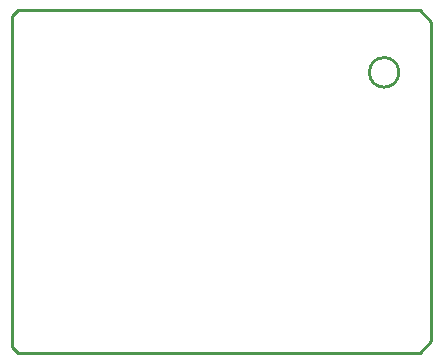
<source format=gko>
G04 Layer: BoardOutline*
G04 EasyEDA v6.4.25, 2021-11-23T22:34:31+08:00*
G04 edc2d8422afb4d2cae5fb123c77887e6,45ba98ba689c459a8d72e4540021d05b,10*
G04 Gerber Generator version 0.2*
G04 Scale: 100 percent, Rotated: No, Reflected: No *
G04 Dimensions in millimeters *
G04 leading zeros omitted , absolute positions ,4 integer and 5 decimal *
%FSLAX45Y45*%
%MOMM*%

%ADD10C,0.2540*%
D10*
X0Y49999D02*
G01*
X49999Y0D01*
X3450000Y0D01*
X3550000Y99999D01*
X3550000Y2799999D01*
X3450000Y2899999D01*
X49999Y2899999D01*
X0Y2849999D01*
X0Y49999D01*
G75*
G01
X3275000Y2375002D02*
G03X3275000Y2375002I-124993J0D01*

%LPD*%
M02*

</source>
